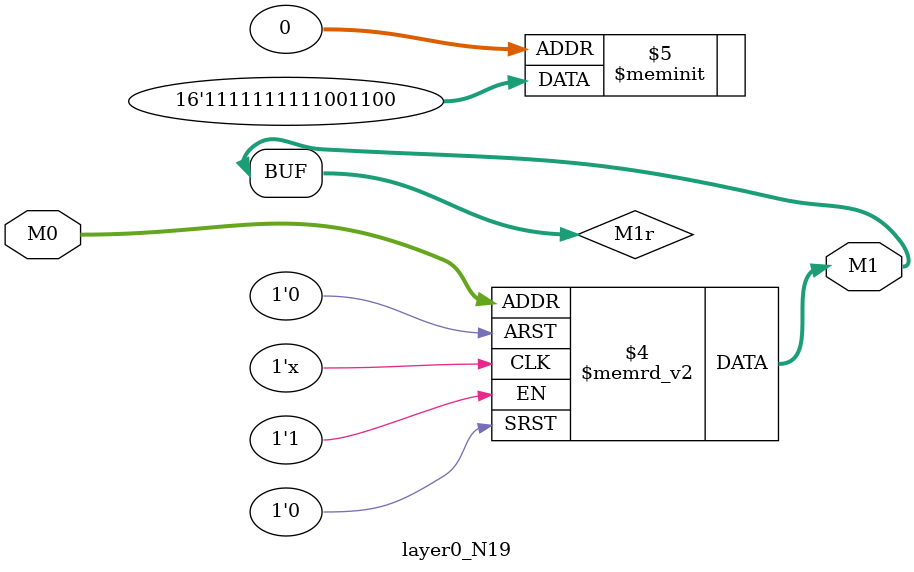
<source format=v>
module layer0_N19 ( input [2:0] M0, output [1:0] M1 );

	(*rom_style = "distributed" *) reg [1:0] M1r;
	assign M1 = M1r;
	always @ (M0) begin
		case (M0)
			3'b000: M1r = 2'b00;
			3'b100: M1r = 2'b11;
			3'b010: M1r = 2'b00;
			3'b110: M1r = 2'b11;
			3'b001: M1r = 2'b11;
			3'b101: M1r = 2'b11;
			3'b011: M1r = 2'b11;
			3'b111: M1r = 2'b11;

		endcase
	end
endmodule

</source>
